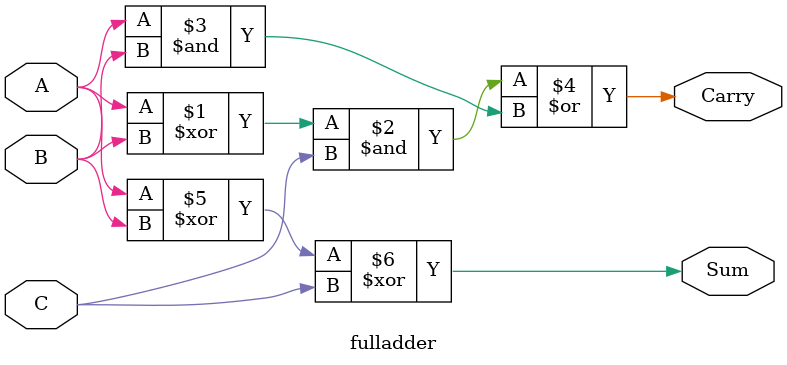
<source format=v>
module fulladder(A, B, C, Carry, Sum);
	input A, B, C;
	output Carry, Sum;
	
	assign Carry = (((A ^ B) & C) | (A & B));
	assign Sum = A ^ B ^ C;

endmodule

</source>
